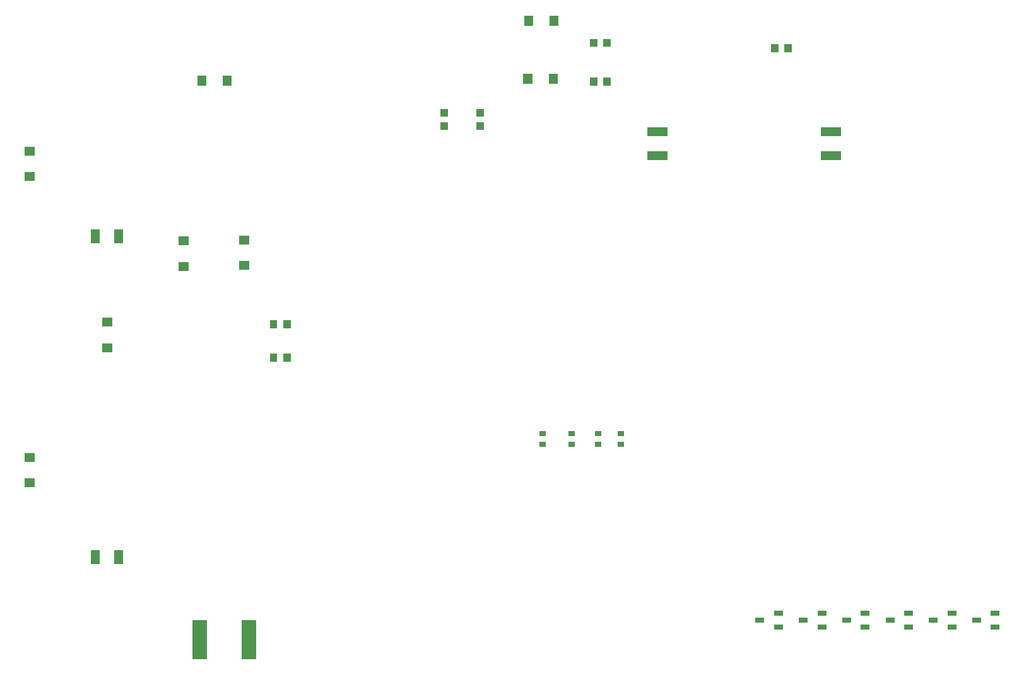
<source format=gtp>
G04 Layer: TopPasteMaskLayer*
G04 EasyEDA v6.4.12, 2021-01-10T11:05:15--5:00*
G04 3145a8addab9457ba1f20b0dac4bbc5f,47ca9d6388974ffcabec7368213608ff,10*
G04 Gerber Generator version 0.2*
G04 Scale: 100 percent, Rotated: No, Reflected: No *
G04 Dimensions in inches *
G04 leading zeros omitted , absolute positions ,3 integer and 6 decimal *
%FSLAX36Y36*%
%MOIN*%

%ADD16R,0.0492X0.0276*%
%ADD17R,0.0472X0.0551*%
%ADD18R,0.0551X0.0472*%
%ADD20R,0.1063X0.0472*%
%ADD21R,0.0472X0.0748*%
%ADD22R,0.0394X0.0433*%
%ADD23R,0.0433X0.0394*%
%ADD24R,0.0354X0.0315*%

%LPD*%
D16*
G01*
X4935320Y375760D03*
G01*
X5033720Y413159D03*
G01*
X5033720Y338359D03*
G01*
X5164330Y375760D03*
G01*
X5262730Y413159D03*
G01*
X5262730Y338359D03*
D17*
G01*
X1070559Y3229940D03*
G01*
X1204409Y3229940D03*
D18*
G01*
X160909Y2722179D03*
G01*
X160909Y2856039D03*
G01*
X160909Y1104029D03*
G01*
X160909Y1237880D03*
G01*
X569529Y1818069D03*
G01*
X569529Y1951930D03*
G36*
X1020708Y377912D02*
G01*
X1099449Y377912D01*
X1099449Y169250D01*
X1020708Y169250D01*
G37*
G36*
X1280550Y377912D02*
G01*
X1359291Y377912D01*
X1359291Y169250D01*
X1280550Y169250D01*
G37*
D20*
G01*
X3477820Y2833209D03*
G01*
X3477820Y2959200D03*
G01*
X4392820Y2833209D03*
G01*
X4392820Y2959200D03*
D21*
G01*
X506529Y2405000D03*
G01*
X632519Y2405000D03*
G01*
X506529Y710000D03*
G01*
X632519Y710000D03*
D16*
G01*
X4477330Y375760D03*
G01*
X4575730Y413159D03*
G01*
X4575730Y338359D03*
G01*
X4706329Y375760D03*
G01*
X4804730Y413159D03*
G01*
X4804730Y338359D03*
G01*
X4019330Y375760D03*
G01*
X4117730Y413159D03*
G01*
X4117730Y338359D03*
G01*
X4248329Y375760D03*
G01*
X4346729Y413159D03*
G01*
X4346729Y338359D03*
G36*
X4077703Y3422260D02*
G01*
X4117073Y3422260D01*
X4117073Y3378952D01*
X4077703Y3378952D01*
G37*
G36*
X4148572Y3422260D02*
G01*
X4187942Y3422260D01*
X4187942Y3378952D01*
X4148572Y3378952D01*
G37*
D22*
G01*
X3210749Y3431210D03*
G01*
X3139880Y3431210D03*
G36*
X3120204Y3247863D02*
G01*
X3159575Y3247863D01*
X3159575Y3204555D01*
X3120204Y3204555D01*
G37*
G36*
X3191075Y3247863D02*
G01*
X3230444Y3247863D01*
X3230444Y3204555D01*
X3191075Y3204555D01*
G37*
G36*
X1429882Y1786653D02*
G01*
X1469252Y1786653D01*
X1469252Y1743346D01*
X1429882Y1743346D01*
G37*
G36*
X1500753Y1786653D02*
G01*
X1540123Y1786653D01*
X1540123Y1743346D01*
X1500753Y1743346D01*
G37*
G36*
X1429882Y1961653D02*
G01*
X1469252Y1961653D01*
X1469252Y1918346D01*
X1429882Y1918346D01*
G37*
G36*
X1500753Y1961653D02*
G01*
X1540123Y1961653D01*
X1540123Y1918346D01*
X1500753Y1918346D01*
G37*
D23*
G01*
X2350000Y3060430D03*
G01*
X2350000Y2989560D03*
G01*
X2540000Y3060430D03*
G01*
X2540000Y2989560D03*
D24*
G01*
X2870000Y1362559D03*
G01*
X2870000Y1307440D03*
G01*
X3285000Y1362559D03*
G01*
X3285000Y1307440D03*
G01*
X3025000Y1362559D03*
G01*
X3025000Y1307440D03*
G01*
X3165000Y1362559D03*
G01*
X3165000Y1307440D03*
D18*
G01*
X1295000Y2386930D03*
G01*
X1295000Y2253069D03*
G01*
X975000Y2248069D03*
G01*
X975000Y2381930D03*
G36*
X2769449Y3267559D02*
G01*
X2816692Y3267559D01*
X2816692Y3212440D01*
X2769449Y3212440D01*
G37*
G36*
X2903307Y3267559D02*
G01*
X2950550Y3267559D01*
X2950550Y3212440D01*
X2903307Y3212440D01*
G37*
D17*
G01*
X2931930Y3545000D03*
G01*
X2798069Y3545000D03*
M02*

</source>
